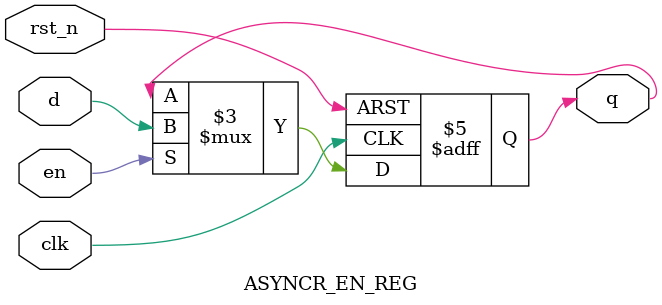
<source format=v>

module ASYNCR_EN_REG #(
	parameter WIDTH = 1,
	parameter INIT  = 0
)(
	input clk, rst_n, en,
	input      [WIDTH - 1 : 0] d, 
	output reg [WIDTH - 1 : 0] q
);
	always @(posedge clk or negedge rst_n) begin
		if (!rst_n) begin
			q <= INIT;
		end 
		else begin
			if (en) begin
				q <= d;
			end
		end
	end
endmodule

</source>
